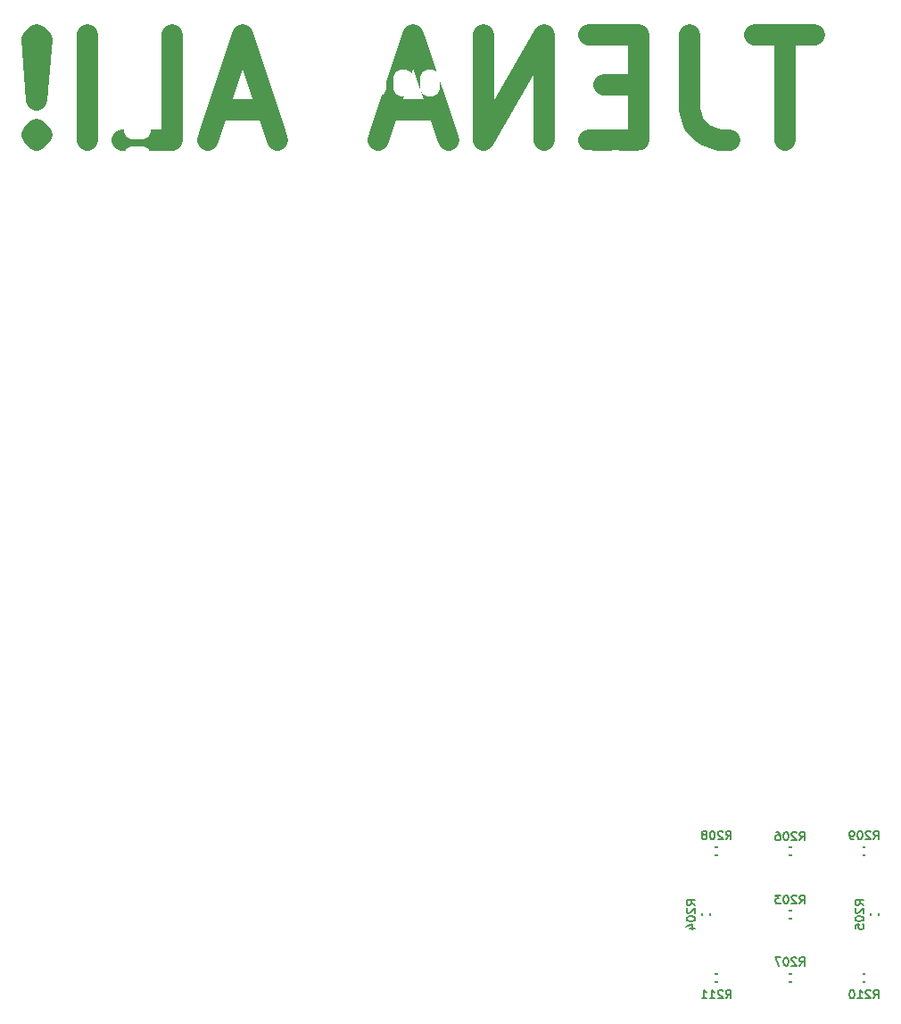
<source format=gbo>
G04 #@! TF.FileFunction,Legend,Bot*
%FSLAX46Y46*%
G04 Gerber Fmt 4.6, Leading zero omitted, Abs format (unit mm)*
G04 Created by KiCad (PCBNEW 4.0.7-e2-6376~58~ubuntu14.04.1) date Sun Nov  5 14:12:04 2017*
%MOMM*%
%LPD*%
G01*
G04 APERTURE LIST*
%ADD10C,0.100000*%
%ADD11C,2.000000*%
%ADD12C,0.127000*%
%ADD13C,0.200000*%
%ADD14R,1.924000X2.599640*%
%ADD15O,1.924000X2.599640*%
%ADD16R,2.599640X1.924000*%
%ADD17O,2.599640X1.924000*%
%ADD18R,1.924000X2.398980*%
%ADD19O,1.924000X2.398980*%
%ADD20R,2.200000X1.700000*%
%ADD21O,2.200000X1.700000*%
%ADD22C,1.299160*%
%ADD23R,1.299160X1.400760*%
%ADD24R,1.400760X1.299160*%
%ADD25C,3.400000*%
G04 APERTURE END LIST*
D10*
D11*
X194319048Y-56523810D02*
X188604762Y-56523810D01*
X191461905Y-66523810D02*
X191461905Y-56523810D01*
X182414286Y-56523810D02*
X182414286Y-63666667D01*
X182890476Y-65095238D01*
X183842857Y-66047619D01*
X185271429Y-66523810D01*
X186223810Y-66523810D01*
X177652381Y-61285714D02*
X174319047Y-61285714D01*
X172890476Y-66523810D02*
X177652381Y-66523810D01*
X177652381Y-56523810D01*
X172890476Y-56523810D01*
X168604762Y-66523810D02*
X168604762Y-56523810D01*
X162890476Y-66523810D01*
X162890476Y-56523810D01*
X158604762Y-63666667D02*
X153842857Y-63666667D01*
X159557143Y-66523810D02*
X156223810Y-56523810D01*
X152890476Y-66523810D01*
X142414285Y-63666667D02*
X137652380Y-63666667D01*
X143366666Y-66523810D02*
X140033333Y-56523810D01*
X136699999Y-66523810D01*
X128604761Y-66523810D02*
X133366666Y-66523810D01*
X133366666Y-56523810D01*
X125271428Y-66523810D02*
X125271428Y-56523810D01*
X120509523Y-65571429D02*
X120033332Y-66047619D01*
X120509523Y-66523810D01*
X120985713Y-66047619D01*
X120509523Y-65571429D01*
X120509523Y-66523810D01*
X120509523Y-62714286D02*
X120985713Y-57000000D01*
X120509523Y-56523810D01*
X120033332Y-57000000D01*
X120509523Y-62714286D01*
X120509523Y-56523810D01*
D12*
X191441200Y-140406400D02*
X191441200Y-139593600D01*
X192558800Y-139619000D02*
X192558800Y-140406400D01*
X192812800Y-139593600D02*
X191187200Y-139593600D01*
X191187200Y-139593600D02*
X191187200Y-140406400D01*
X191187200Y-140406400D02*
X192812800Y-140406400D01*
X192812800Y-140406400D02*
X192812800Y-139593600D01*
X184406400Y-140558800D02*
X183593600Y-140558800D01*
X183619000Y-139441200D02*
X184406400Y-139441200D01*
X183593600Y-139187200D02*
X183593600Y-140812800D01*
X183593600Y-140812800D02*
X184406400Y-140812800D01*
X184406400Y-140812800D02*
X184406400Y-139187200D01*
X184406400Y-139187200D02*
X183593600Y-139187200D01*
X200406400Y-140558800D02*
X199593600Y-140558800D01*
X199619000Y-139441200D02*
X200406400Y-139441200D01*
X199593600Y-139187200D02*
X199593600Y-140812800D01*
X199593600Y-140812800D02*
X200406400Y-140812800D01*
X200406400Y-140812800D02*
X200406400Y-139187200D01*
X200406400Y-139187200D02*
X199593600Y-139187200D01*
X191441200Y-134406400D02*
X191441200Y-133593600D01*
X192558800Y-133619000D02*
X192558800Y-134406400D01*
X192812800Y-133593600D02*
X191187200Y-133593600D01*
X191187200Y-133593600D02*
X191187200Y-134406400D01*
X191187200Y-134406400D02*
X192812800Y-134406400D01*
X192812800Y-134406400D02*
X192812800Y-133593600D01*
X191441200Y-146406400D02*
X191441200Y-145593600D01*
X192558800Y-145619000D02*
X192558800Y-146406400D01*
X192812800Y-145593600D02*
X191187200Y-145593600D01*
X191187200Y-145593600D02*
X191187200Y-146406400D01*
X191187200Y-146406400D02*
X192812800Y-146406400D01*
X192812800Y-146406400D02*
X192812800Y-145593600D01*
X185558800Y-133593600D02*
X185558800Y-134406400D01*
X184441200Y-134381000D02*
X184441200Y-133593600D01*
X184187200Y-134406400D02*
X185812800Y-134406400D01*
X185812800Y-134406400D02*
X185812800Y-133593600D01*
X185812800Y-133593600D02*
X184187200Y-133593600D01*
X184187200Y-133593600D02*
X184187200Y-134406400D01*
X199558800Y-133593600D02*
X199558800Y-134406400D01*
X198441200Y-134381000D02*
X198441200Y-133593600D01*
X198187200Y-134406400D02*
X199812800Y-134406400D01*
X199812800Y-134406400D02*
X199812800Y-133593600D01*
X199812800Y-133593600D02*
X198187200Y-133593600D01*
X198187200Y-133593600D02*
X198187200Y-134406400D01*
X199558800Y-145593600D02*
X199558800Y-146406400D01*
X198441200Y-146381000D02*
X198441200Y-145593600D01*
X198187200Y-146406400D02*
X199812800Y-146406400D01*
X199812800Y-146406400D02*
X199812800Y-145593600D01*
X199812800Y-145593600D02*
X198187200Y-145593600D01*
X198187200Y-145593600D02*
X198187200Y-146406400D01*
X185558800Y-145593600D02*
X185558800Y-146406400D01*
X184441200Y-146381000D02*
X184441200Y-145593600D01*
X184187200Y-146406400D02*
X185812800Y-146406400D01*
X185812800Y-146406400D02*
X185812800Y-145593600D01*
X185812800Y-145593600D02*
X184187200Y-145593600D01*
X184187200Y-145593600D02*
X184187200Y-146406400D01*
D13*
X192895238Y-138961905D02*
X193161905Y-138580952D01*
X193352381Y-138961905D02*
X193352381Y-138161905D01*
X193047619Y-138161905D01*
X192971428Y-138200000D01*
X192933333Y-138238095D01*
X192895238Y-138314286D01*
X192895238Y-138428571D01*
X192933333Y-138504762D01*
X192971428Y-138542857D01*
X193047619Y-138580952D01*
X193352381Y-138580952D01*
X192590476Y-138238095D02*
X192552381Y-138200000D01*
X192476190Y-138161905D01*
X192285714Y-138161905D01*
X192209524Y-138200000D01*
X192171428Y-138238095D01*
X192133333Y-138314286D01*
X192133333Y-138390476D01*
X192171428Y-138504762D01*
X192628571Y-138961905D01*
X192133333Y-138961905D01*
X191638095Y-138161905D02*
X191561904Y-138161905D01*
X191485714Y-138200000D01*
X191447619Y-138238095D01*
X191409523Y-138314286D01*
X191371428Y-138466667D01*
X191371428Y-138657143D01*
X191409523Y-138809524D01*
X191447619Y-138885714D01*
X191485714Y-138923810D01*
X191561904Y-138961905D01*
X191638095Y-138961905D01*
X191714285Y-138923810D01*
X191752381Y-138885714D01*
X191790476Y-138809524D01*
X191828571Y-138657143D01*
X191828571Y-138466667D01*
X191790476Y-138314286D01*
X191752381Y-138238095D01*
X191714285Y-138200000D01*
X191638095Y-138161905D01*
X191104761Y-138161905D02*
X190609523Y-138161905D01*
X190876190Y-138466667D01*
X190761904Y-138466667D01*
X190685714Y-138504762D01*
X190647618Y-138542857D01*
X190609523Y-138619048D01*
X190609523Y-138809524D01*
X190647618Y-138885714D01*
X190685714Y-138923810D01*
X190761904Y-138961905D01*
X190990476Y-138961905D01*
X191066666Y-138923810D01*
X191104761Y-138885714D01*
X182961905Y-139104762D02*
X182580952Y-138838095D01*
X182961905Y-138647619D02*
X182161905Y-138647619D01*
X182161905Y-138952381D01*
X182200000Y-139028572D01*
X182238095Y-139066667D01*
X182314286Y-139104762D01*
X182428571Y-139104762D01*
X182504762Y-139066667D01*
X182542857Y-139028572D01*
X182580952Y-138952381D01*
X182580952Y-138647619D01*
X182238095Y-139409524D02*
X182200000Y-139447619D01*
X182161905Y-139523810D01*
X182161905Y-139714286D01*
X182200000Y-139790476D01*
X182238095Y-139828572D01*
X182314286Y-139866667D01*
X182390476Y-139866667D01*
X182504762Y-139828572D01*
X182961905Y-139371429D01*
X182961905Y-139866667D01*
X182161905Y-140361905D02*
X182161905Y-140438096D01*
X182200000Y-140514286D01*
X182238095Y-140552381D01*
X182314286Y-140590477D01*
X182466667Y-140628572D01*
X182657143Y-140628572D01*
X182809524Y-140590477D01*
X182885714Y-140552381D01*
X182923810Y-140514286D01*
X182961905Y-140438096D01*
X182961905Y-140361905D01*
X182923810Y-140285715D01*
X182885714Y-140247619D01*
X182809524Y-140209524D01*
X182657143Y-140171429D01*
X182466667Y-140171429D01*
X182314286Y-140209524D01*
X182238095Y-140247619D01*
X182200000Y-140285715D01*
X182161905Y-140361905D01*
X182428571Y-141314286D02*
X182961905Y-141314286D01*
X182123810Y-141123810D02*
X182695238Y-140933334D01*
X182695238Y-141428572D01*
X198961905Y-139104762D02*
X198580952Y-138838095D01*
X198961905Y-138647619D02*
X198161905Y-138647619D01*
X198161905Y-138952381D01*
X198200000Y-139028572D01*
X198238095Y-139066667D01*
X198314286Y-139104762D01*
X198428571Y-139104762D01*
X198504762Y-139066667D01*
X198542857Y-139028572D01*
X198580952Y-138952381D01*
X198580952Y-138647619D01*
X198238095Y-139409524D02*
X198200000Y-139447619D01*
X198161905Y-139523810D01*
X198161905Y-139714286D01*
X198200000Y-139790476D01*
X198238095Y-139828572D01*
X198314286Y-139866667D01*
X198390476Y-139866667D01*
X198504762Y-139828572D01*
X198961905Y-139371429D01*
X198961905Y-139866667D01*
X198161905Y-140361905D02*
X198161905Y-140438096D01*
X198200000Y-140514286D01*
X198238095Y-140552381D01*
X198314286Y-140590477D01*
X198466667Y-140628572D01*
X198657143Y-140628572D01*
X198809524Y-140590477D01*
X198885714Y-140552381D01*
X198923810Y-140514286D01*
X198961905Y-140438096D01*
X198961905Y-140361905D01*
X198923810Y-140285715D01*
X198885714Y-140247619D01*
X198809524Y-140209524D01*
X198657143Y-140171429D01*
X198466667Y-140171429D01*
X198314286Y-140209524D01*
X198238095Y-140247619D01*
X198200000Y-140285715D01*
X198161905Y-140361905D01*
X198161905Y-141352382D02*
X198161905Y-140971429D01*
X198542857Y-140933334D01*
X198504762Y-140971429D01*
X198466667Y-141047620D01*
X198466667Y-141238096D01*
X198504762Y-141314286D01*
X198542857Y-141352382D01*
X198619048Y-141390477D01*
X198809524Y-141390477D01*
X198885714Y-141352382D01*
X198923810Y-141314286D01*
X198961905Y-141238096D01*
X198961905Y-141047620D01*
X198923810Y-140971429D01*
X198885714Y-140933334D01*
X192895238Y-132961905D02*
X193161905Y-132580952D01*
X193352381Y-132961905D02*
X193352381Y-132161905D01*
X193047619Y-132161905D01*
X192971428Y-132200000D01*
X192933333Y-132238095D01*
X192895238Y-132314286D01*
X192895238Y-132428571D01*
X192933333Y-132504762D01*
X192971428Y-132542857D01*
X193047619Y-132580952D01*
X193352381Y-132580952D01*
X192590476Y-132238095D02*
X192552381Y-132200000D01*
X192476190Y-132161905D01*
X192285714Y-132161905D01*
X192209524Y-132200000D01*
X192171428Y-132238095D01*
X192133333Y-132314286D01*
X192133333Y-132390476D01*
X192171428Y-132504762D01*
X192628571Y-132961905D01*
X192133333Y-132961905D01*
X191638095Y-132161905D02*
X191561904Y-132161905D01*
X191485714Y-132200000D01*
X191447619Y-132238095D01*
X191409523Y-132314286D01*
X191371428Y-132466667D01*
X191371428Y-132657143D01*
X191409523Y-132809524D01*
X191447619Y-132885714D01*
X191485714Y-132923810D01*
X191561904Y-132961905D01*
X191638095Y-132961905D01*
X191714285Y-132923810D01*
X191752381Y-132885714D01*
X191790476Y-132809524D01*
X191828571Y-132657143D01*
X191828571Y-132466667D01*
X191790476Y-132314286D01*
X191752381Y-132238095D01*
X191714285Y-132200000D01*
X191638095Y-132161905D01*
X190685714Y-132161905D02*
X190838095Y-132161905D01*
X190914285Y-132200000D01*
X190952380Y-132238095D01*
X191028571Y-132352381D01*
X191066666Y-132504762D01*
X191066666Y-132809524D01*
X191028571Y-132885714D01*
X190990476Y-132923810D01*
X190914285Y-132961905D01*
X190761904Y-132961905D01*
X190685714Y-132923810D01*
X190647618Y-132885714D01*
X190609523Y-132809524D01*
X190609523Y-132619048D01*
X190647618Y-132542857D01*
X190685714Y-132504762D01*
X190761904Y-132466667D01*
X190914285Y-132466667D01*
X190990476Y-132504762D01*
X191028571Y-132542857D01*
X191066666Y-132619048D01*
X192895238Y-144861905D02*
X193161905Y-144480952D01*
X193352381Y-144861905D02*
X193352381Y-144061905D01*
X193047619Y-144061905D01*
X192971428Y-144100000D01*
X192933333Y-144138095D01*
X192895238Y-144214286D01*
X192895238Y-144328571D01*
X192933333Y-144404762D01*
X192971428Y-144442857D01*
X193047619Y-144480952D01*
X193352381Y-144480952D01*
X192590476Y-144138095D02*
X192552381Y-144100000D01*
X192476190Y-144061905D01*
X192285714Y-144061905D01*
X192209524Y-144100000D01*
X192171428Y-144138095D01*
X192133333Y-144214286D01*
X192133333Y-144290476D01*
X192171428Y-144404762D01*
X192628571Y-144861905D01*
X192133333Y-144861905D01*
X191638095Y-144061905D02*
X191561904Y-144061905D01*
X191485714Y-144100000D01*
X191447619Y-144138095D01*
X191409523Y-144214286D01*
X191371428Y-144366667D01*
X191371428Y-144557143D01*
X191409523Y-144709524D01*
X191447619Y-144785714D01*
X191485714Y-144823810D01*
X191561904Y-144861905D01*
X191638095Y-144861905D01*
X191714285Y-144823810D01*
X191752381Y-144785714D01*
X191790476Y-144709524D01*
X191828571Y-144557143D01*
X191828571Y-144366667D01*
X191790476Y-144214286D01*
X191752381Y-144138095D01*
X191714285Y-144100000D01*
X191638095Y-144061905D01*
X191104761Y-144061905D02*
X190571428Y-144061905D01*
X190914285Y-144861905D01*
X185895238Y-132861905D02*
X186161905Y-132480952D01*
X186352381Y-132861905D02*
X186352381Y-132061905D01*
X186047619Y-132061905D01*
X185971428Y-132100000D01*
X185933333Y-132138095D01*
X185895238Y-132214286D01*
X185895238Y-132328571D01*
X185933333Y-132404762D01*
X185971428Y-132442857D01*
X186047619Y-132480952D01*
X186352381Y-132480952D01*
X185590476Y-132138095D02*
X185552381Y-132100000D01*
X185476190Y-132061905D01*
X185285714Y-132061905D01*
X185209524Y-132100000D01*
X185171428Y-132138095D01*
X185133333Y-132214286D01*
X185133333Y-132290476D01*
X185171428Y-132404762D01*
X185628571Y-132861905D01*
X185133333Y-132861905D01*
X184638095Y-132061905D02*
X184561904Y-132061905D01*
X184485714Y-132100000D01*
X184447619Y-132138095D01*
X184409523Y-132214286D01*
X184371428Y-132366667D01*
X184371428Y-132557143D01*
X184409523Y-132709524D01*
X184447619Y-132785714D01*
X184485714Y-132823810D01*
X184561904Y-132861905D01*
X184638095Y-132861905D01*
X184714285Y-132823810D01*
X184752381Y-132785714D01*
X184790476Y-132709524D01*
X184828571Y-132557143D01*
X184828571Y-132366667D01*
X184790476Y-132214286D01*
X184752381Y-132138095D01*
X184714285Y-132100000D01*
X184638095Y-132061905D01*
X183914285Y-132404762D02*
X183990476Y-132366667D01*
X184028571Y-132328571D01*
X184066666Y-132252381D01*
X184066666Y-132214286D01*
X184028571Y-132138095D01*
X183990476Y-132100000D01*
X183914285Y-132061905D01*
X183761904Y-132061905D01*
X183685714Y-132100000D01*
X183647618Y-132138095D01*
X183609523Y-132214286D01*
X183609523Y-132252381D01*
X183647618Y-132328571D01*
X183685714Y-132366667D01*
X183761904Y-132404762D01*
X183914285Y-132404762D01*
X183990476Y-132442857D01*
X184028571Y-132480952D01*
X184066666Y-132557143D01*
X184066666Y-132709524D01*
X184028571Y-132785714D01*
X183990476Y-132823810D01*
X183914285Y-132861905D01*
X183761904Y-132861905D01*
X183685714Y-132823810D01*
X183647618Y-132785714D01*
X183609523Y-132709524D01*
X183609523Y-132557143D01*
X183647618Y-132480952D01*
X183685714Y-132442857D01*
X183761904Y-132404762D01*
X199895238Y-132861905D02*
X200161905Y-132480952D01*
X200352381Y-132861905D02*
X200352381Y-132061905D01*
X200047619Y-132061905D01*
X199971428Y-132100000D01*
X199933333Y-132138095D01*
X199895238Y-132214286D01*
X199895238Y-132328571D01*
X199933333Y-132404762D01*
X199971428Y-132442857D01*
X200047619Y-132480952D01*
X200352381Y-132480952D01*
X199590476Y-132138095D02*
X199552381Y-132100000D01*
X199476190Y-132061905D01*
X199285714Y-132061905D01*
X199209524Y-132100000D01*
X199171428Y-132138095D01*
X199133333Y-132214286D01*
X199133333Y-132290476D01*
X199171428Y-132404762D01*
X199628571Y-132861905D01*
X199133333Y-132861905D01*
X198638095Y-132061905D02*
X198561904Y-132061905D01*
X198485714Y-132100000D01*
X198447619Y-132138095D01*
X198409523Y-132214286D01*
X198371428Y-132366667D01*
X198371428Y-132557143D01*
X198409523Y-132709524D01*
X198447619Y-132785714D01*
X198485714Y-132823810D01*
X198561904Y-132861905D01*
X198638095Y-132861905D01*
X198714285Y-132823810D01*
X198752381Y-132785714D01*
X198790476Y-132709524D01*
X198828571Y-132557143D01*
X198828571Y-132366667D01*
X198790476Y-132214286D01*
X198752381Y-132138095D01*
X198714285Y-132100000D01*
X198638095Y-132061905D01*
X197990476Y-132861905D02*
X197838095Y-132861905D01*
X197761904Y-132823810D01*
X197723809Y-132785714D01*
X197647618Y-132671429D01*
X197609523Y-132519048D01*
X197609523Y-132214286D01*
X197647618Y-132138095D01*
X197685714Y-132100000D01*
X197761904Y-132061905D01*
X197914285Y-132061905D01*
X197990476Y-132100000D01*
X198028571Y-132138095D01*
X198066666Y-132214286D01*
X198066666Y-132404762D01*
X198028571Y-132480952D01*
X197990476Y-132519048D01*
X197914285Y-132557143D01*
X197761904Y-132557143D01*
X197685714Y-132519048D01*
X197647618Y-132480952D01*
X197609523Y-132404762D01*
X199895238Y-147961905D02*
X200161905Y-147580952D01*
X200352381Y-147961905D02*
X200352381Y-147161905D01*
X200047619Y-147161905D01*
X199971428Y-147200000D01*
X199933333Y-147238095D01*
X199895238Y-147314286D01*
X199895238Y-147428571D01*
X199933333Y-147504762D01*
X199971428Y-147542857D01*
X200047619Y-147580952D01*
X200352381Y-147580952D01*
X199590476Y-147238095D02*
X199552381Y-147200000D01*
X199476190Y-147161905D01*
X199285714Y-147161905D01*
X199209524Y-147200000D01*
X199171428Y-147238095D01*
X199133333Y-147314286D01*
X199133333Y-147390476D01*
X199171428Y-147504762D01*
X199628571Y-147961905D01*
X199133333Y-147961905D01*
X198371428Y-147961905D02*
X198828571Y-147961905D01*
X198600000Y-147961905D02*
X198600000Y-147161905D01*
X198676190Y-147276190D01*
X198752381Y-147352381D01*
X198828571Y-147390476D01*
X197876190Y-147161905D02*
X197799999Y-147161905D01*
X197723809Y-147200000D01*
X197685714Y-147238095D01*
X197647618Y-147314286D01*
X197609523Y-147466667D01*
X197609523Y-147657143D01*
X197647618Y-147809524D01*
X197685714Y-147885714D01*
X197723809Y-147923810D01*
X197799999Y-147961905D01*
X197876190Y-147961905D01*
X197952380Y-147923810D01*
X197990476Y-147885714D01*
X198028571Y-147809524D01*
X198066666Y-147657143D01*
X198066666Y-147466667D01*
X198028571Y-147314286D01*
X197990476Y-147238095D01*
X197952380Y-147200000D01*
X197876190Y-147161905D01*
X185895238Y-147961905D02*
X186161905Y-147580952D01*
X186352381Y-147961905D02*
X186352381Y-147161905D01*
X186047619Y-147161905D01*
X185971428Y-147200000D01*
X185933333Y-147238095D01*
X185895238Y-147314286D01*
X185895238Y-147428571D01*
X185933333Y-147504762D01*
X185971428Y-147542857D01*
X186047619Y-147580952D01*
X186352381Y-147580952D01*
X185590476Y-147238095D02*
X185552381Y-147200000D01*
X185476190Y-147161905D01*
X185285714Y-147161905D01*
X185209524Y-147200000D01*
X185171428Y-147238095D01*
X185133333Y-147314286D01*
X185133333Y-147390476D01*
X185171428Y-147504762D01*
X185628571Y-147961905D01*
X185133333Y-147961905D01*
X184371428Y-147961905D02*
X184828571Y-147961905D01*
X184600000Y-147961905D02*
X184600000Y-147161905D01*
X184676190Y-147276190D01*
X184752381Y-147352381D01*
X184828571Y-147390476D01*
X183609523Y-147961905D02*
X184066666Y-147961905D01*
X183838095Y-147961905D02*
X183838095Y-147161905D01*
X183914285Y-147276190D01*
X183990476Y-147352381D01*
X184066666Y-147390476D01*
%LPC*%
D14*
X153889468Y-114889744D03*
D15*
X156429468Y-114889744D03*
X158969468Y-114889744D03*
X161509468Y-114889744D03*
D16*
X109000000Y-55420000D03*
D17*
X109000000Y-57960000D03*
X109000000Y-60500000D03*
X109000000Y-63040000D03*
X109000000Y-65580000D03*
D14*
X173720000Y-119600000D03*
D15*
X171180000Y-119600000D03*
X168640000Y-119600000D03*
X166100000Y-119600000D03*
X163560000Y-119600000D03*
X161020000Y-119600000D03*
X158480000Y-119600000D03*
D14*
X144970000Y-86400000D03*
D15*
X147510000Y-86400000D03*
X150050000Y-86400000D03*
X152590000Y-86400000D03*
X155130000Y-86400000D03*
X157670000Y-86400000D03*
X160210000Y-86400000D03*
X162750000Y-86400000D03*
X165290000Y-86400000D03*
X167830000Y-86400000D03*
D14*
X161940000Y-100650000D03*
D15*
X164480000Y-100650000D03*
X167020000Y-100650000D03*
X169560000Y-100650000D03*
D14*
X175830000Y-114850000D03*
D15*
X173290000Y-114850000D03*
X170750000Y-114850000D03*
X168210000Y-114850000D03*
X165670000Y-114850000D03*
D16*
X142800000Y-131820000D03*
D17*
X142800000Y-134360000D03*
X142800000Y-136900000D03*
X142800000Y-139440000D03*
X142800000Y-141980000D03*
D16*
X134150000Y-98860000D03*
D17*
X134150000Y-96320000D03*
X134150000Y-93780000D03*
X134150000Y-91240000D03*
D16*
X130000000Y-52880000D03*
D17*
X130000000Y-55420000D03*
X130000000Y-57960000D03*
X130000000Y-60500000D03*
X130000000Y-63040000D03*
X130000000Y-65580000D03*
X130000000Y-68120000D03*
D14*
X160360000Y-61150000D03*
D15*
X157820000Y-61150000D03*
X155280000Y-61150000D03*
X152740000Y-61150000D03*
D16*
X124000000Y-86650000D03*
D17*
X124000000Y-84110000D03*
X124000000Y-81570000D03*
X124000000Y-79030000D03*
X124000000Y-76490000D03*
X124000000Y-73950000D03*
D16*
X109100000Y-83380000D03*
D17*
X109100000Y-80840000D03*
X109100000Y-78300000D03*
X109100000Y-75760000D03*
X109100000Y-73220000D03*
D14*
X183040000Y-68750000D03*
D15*
X180500000Y-68750000D03*
X177960000Y-68750000D03*
X175420000Y-68750000D03*
X172880000Y-68750000D03*
X170340000Y-68750000D03*
X167800000Y-68750000D03*
X165260000Y-68750000D03*
D16*
X201000000Y-75220000D03*
D17*
X201000000Y-77760000D03*
X201000000Y-80300000D03*
X201000000Y-82840000D03*
D18*
X191250000Y-96838920D03*
D19*
X191250000Y-93801080D03*
X193790000Y-96838920D03*
X193790000Y-93801080D03*
X196330000Y-96838920D03*
X196330000Y-93801080D03*
X198870000Y-96838920D03*
X198870000Y-93801080D03*
D14*
X145150000Y-100100000D03*
D15*
X147690000Y-100100000D03*
X150230000Y-100100000D03*
X152770000Y-100100000D03*
X155310000Y-100100000D03*
X157850000Y-100100000D03*
D20*
X201800000Y-112800000D03*
D21*
X201800000Y-110800000D03*
X201800000Y-108800000D03*
X201800000Y-106800000D03*
X201800000Y-104800000D03*
X201800000Y-102800000D03*
D22*
X110571600Y-90502900D03*
X110571600Y-94899640D03*
D23*
X191248160Y-140000000D03*
X192751840Y-140000000D03*
D24*
X184000000Y-140751840D03*
X184000000Y-139248160D03*
X200000000Y-140751840D03*
X200000000Y-139248160D03*
D23*
X191248160Y-134000000D03*
X192751840Y-134000000D03*
X191248160Y-146000000D03*
X192751840Y-146000000D03*
X185751840Y-134000000D03*
X184248160Y-134000000D03*
X199751840Y-134000000D03*
X198248160Y-134000000D03*
X199751840Y-146000000D03*
X198248160Y-146000000D03*
X185751840Y-146000000D03*
X184248160Y-146000000D03*
D25*
X107200000Y-147800000D03*
X107200000Y-52200000D03*
X202800000Y-52200000D03*
X202800000Y-147800000D03*
D14*
X119670000Y-99200000D03*
D15*
X117130000Y-99200000D03*
D14*
X107600000Y-104500000D03*
X147200000Y-104300000D03*
X107600000Y-121500000D03*
X147100000Y-121500000D03*
D16*
X183110000Y-89840000D03*
D17*
X183110000Y-87300000D03*
X183110000Y-84760000D03*
X183110000Y-82220000D03*
X183110000Y-79680000D03*
X183110000Y-77140000D03*
X183110000Y-74600000D03*
M02*

</source>
